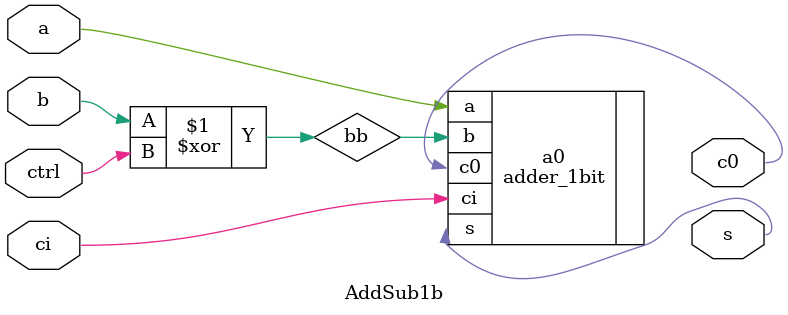
<source format=v>
`timescale 1ns / 1ps
module AddSub1b(
	input wire a,b,ci,ctrl,
	output wire s,c0
    );
	wire bb;
	xor x1(bb,b,ctrl);
	adder_1bit a0(.a(a),.b(bb),.ci(ci),.s(s),.c0(c0));
endmodule

</source>
